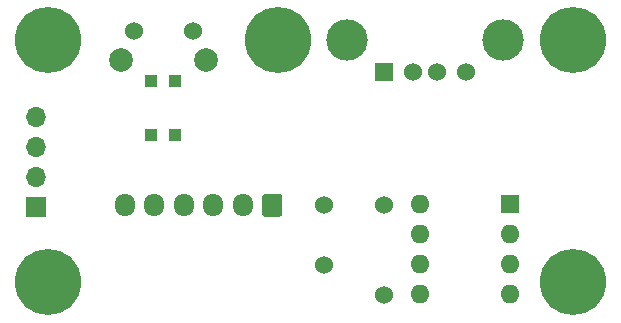
<source format=gts>
G04 #@! TF.GenerationSoftware,KiCad,Pcbnew,5.1.9+dfsg1-1+deb11u1*
G04 #@! TF.CreationDate,2023-07-30T21:54:34+09:00*
G04 #@! TF.ProjectId,tablet-usb-adapter,7461626c-6574-42d7-9573-622d61646170,rev?*
G04 #@! TF.SameCoordinates,Original*
G04 #@! TF.FileFunction,Soldermask,Top*
G04 #@! TF.FilePolarity,Negative*
%FSLAX46Y46*%
G04 Gerber Fmt 4.6, Leading zero omitted, Abs format (unit mm)*
G04 Created by KiCad (PCBNEW 5.1.9+dfsg1-1+deb11u1) date 2023-07-30 21:54:34*
%MOMM*%
%LPD*%
G01*
G04 APERTURE LIST*
%ADD10C,5.600000*%
%ADD11R,1.700000X1.700000*%
%ADD12O,1.700000X1.700000*%
%ADD13O,1.700000X1.950000*%
%ADD14C,3.500000*%
%ADD15R,1.524000X1.524000*%
%ADD16C,1.524000*%
%ADD17R,1.600000X1.600000*%
%ADD18O,1.600000X1.600000*%
%ADD19C,2.000000*%
%ADD20R,1.000000X1.000000*%
G04 APERTURE END LIST*
D10*
X119000000Y-67500000D03*
X99500000Y-88000000D03*
X144000000Y-88000000D03*
X144000000Y-67500000D03*
X99500000Y-67500000D03*
D11*
X98500000Y-81620000D03*
D12*
X98500000Y-79080000D03*
X98500000Y-76540000D03*
X98500000Y-74000000D03*
G36*
G01*
X119350000Y-80775000D02*
X119350000Y-82225000D01*
G75*
G02*
X119100000Y-82475000I-250000J0D01*
G01*
X117900000Y-82475000D01*
G75*
G02*
X117650000Y-82225000I0J250000D01*
G01*
X117650000Y-80775000D01*
G75*
G02*
X117900000Y-80525000I250000J0D01*
G01*
X119100000Y-80525000D01*
G75*
G02*
X119350000Y-80775000I0J-250000D01*
G01*
G37*
D13*
X116000000Y-81500000D03*
X113500000Y-81500000D03*
X111000000Y-81500000D03*
X108500000Y-81500000D03*
X106000000Y-81500000D03*
D14*
X138000000Y-67500000D03*
X124860000Y-67500000D03*
D15*
X127930000Y-70210000D03*
D16*
X130430000Y-70210000D03*
X132430000Y-70210000D03*
X134930000Y-70210000D03*
D17*
X138620000Y-81380000D03*
D18*
X131000000Y-89000000D03*
X138620000Y-83920000D03*
X131000000Y-86460000D03*
X138620000Y-86460000D03*
X131000000Y-83920000D03*
X138620000Y-89000000D03*
X131000000Y-81380000D03*
D16*
X122920000Y-81500000D03*
X128000000Y-81500000D03*
X122920000Y-86580000D03*
X128000000Y-89120000D03*
X111750000Y-66750000D03*
X106750000Y-66750000D03*
D19*
X112850000Y-69150000D03*
X105650000Y-69150000D03*
D20*
X108250000Y-75500000D03*
X110250000Y-71000000D03*
X108250000Y-71000000D03*
X110250000Y-75500000D03*
M02*

</source>
